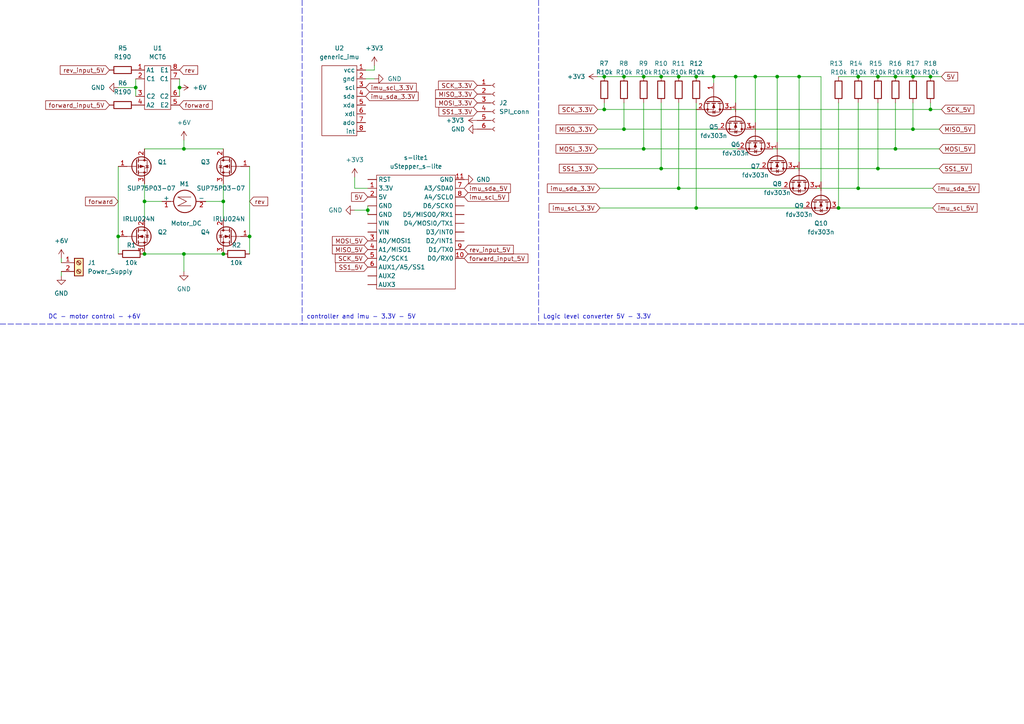
<source format=kicad_sch>
(kicad_sch (version 20211123) (generator eeschema)
  (paper "A4")
  (lib_symbols
    (symbol "Connector:Conn_01x06_Female" (pin_names (offset 1.016) hide)
      (property "Reference" "J" (at 0 7.62 0))
      (property "Value" "Conn_01x06_Female" (at 0 -10.16 0))
      (symbol "Conn_01x06_Female_1_1"
        (arc (start 0 -7.112) (mid -0.508 -7.62) (end 0 -8.128) (stroke (width 0.1524)))
        (arc (start 0 -4.572) (mid -0.508 -5.08) (end 0 -5.588) (stroke (width 0.1524)))
        (arc (start 0 -2.032) (mid -0.508 -2.54) (end 0 -3.048) (stroke (width 0.1524)))
        (polyline (pts (xy -1.27 -7.62) (xy -0.508 -7.62)) (stroke (width 0.1524)))
        (polyline (pts (xy -1.27 -5.08) (xy -0.508 -5.08)) (stroke (width 0.1524)))
        (polyline (pts (xy -1.27 -2.54) (xy -0.508 -2.54)) (stroke (width 0.1524)))
        (polyline (pts (xy -1.27 0) (xy -0.508 0)) (stroke (width 0.1524)))
        (polyline (pts (xy -1.27 2.54) (xy -0.508 2.54)) (stroke (width 0.1524)))
        (polyline (pts (xy -1.27 5.08) (xy -0.508 5.08)) (stroke (width 0.1524)))
        (arc (start 0 0.508) (mid -0.508 0) (end 0 -0.508) (stroke (width 0.1524)))
        (arc (start 0 3.048) (mid -0.508 2.54) (end 0 2.032) (stroke (width 0.1524)))
        (arc (start 0 5.588) (mid -0.508 5.08) (end 0 4.572) (stroke (width 0.1524)))
        (pin passive line (at -5.08 5.08 0) (length 3.81) (name "Pin_1") (number "1"))
        (pin passive line (at -5.08 2.54 0) (length 3.81) (name "Pin_2") (number "2"))
        (pin passive line (at -5.08 0 0) (length 3.81) (name "Pin_3") (number "3"))
        (pin passive line (at -5.08 -2.54 0) (length 3.81) (name "Pin_4") (number "4"))
        (pin passive line (at -5.08 -5.08 0) (length 3.81) (name "Pin_5") (number "5"))
        (pin passive line (at -5.08 -7.62 0) (length 3.81) (name "Pin_6") (number "6"))
      )
    )
    (symbol "Connector:Screw_Terminal_01x02" (pin_names (offset 1.016) hide)
      (property "Reference" "J" (at 0 2.54 0))
      (property "Value" "Screw_Terminal_01x02" (at 0 -5.08 0))
      (symbol "Screw_Terminal_01x02_1_1"
        (rectangle (start -1.27 1.27) (end 1.27 -3.81) (stroke (width 0.254)) (fill (type background)))
        (circle (center 0 -2.54) (radius 0.635) (stroke (width 0.1524)))
        (polyline (pts (xy -0.5334 -2.2098) (xy 0.3302 -3.048)) (stroke (width 0.1524)))
        (polyline (pts (xy -0.5334 0.3302) (xy 0.3302 -0.508)) (stroke (width 0.1524)))
        (polyline (pts (xy -0.3556 -2.032) (xy 0.508 -2.8702)) (stroke (width 0.1524)))
        (polyline (pts (xy -0.3556 0.508) (xy 0.508 -0.3302)) (stroke (width 0.1524)))
        (circle (center 0 0) (radius 0.635) (stroke (width 0.1524)))
        (pin passive line (at -5.08 0 0) (length 3.81) (name "Pin_1") (number "1"))
        (pin passive line (at -5.08 -2.54 0) (length 3.81) (name "Pin_2") (number "2"))
      )
    )
    (symbol "Device:Q_NMOS_GDS" (pin_names (offset 0) hide)
      (property "Reference" "Q" (at 5.08 1.27 0))
      (property "Value" "Q_NMOS_GDS" (at 5.08 -1.27 0))
      (symbol "Q_NMOS_GDS_0_1"
        (polyline (pts (xy 0.254 0) (xy -2.54 0)))
        (polyline (pts (xy 0.254 1.905) (xy 0.254 -1.905)) (stroke (width 0.254)))
        (polyline (pts (xy 0.762 -1.27) (xy 0.762 -2.286)) (stroke (width 0.254)))
        (polyline (pts (xy 0.762 0.508) (xy 0.762 -0.508)) (stroke (width 0.254)))
        (polyline (pts (xy 0.762 2.286) (xy 0.762 1.27)) (stroke (width 0.254)))
        (polyline (pts (xy 2.54 2.54) (xy 2.54 1.778)))
        (polyline (pts (xy 2.54 -2.54) (xy 2.54 0) (xy 0.762 0)))
        (polyline (pts (xy 0.762 -1.778) (xy 3.302 -1.778) (xy 3.302 1.778) (xy 0.762 1.778)))
        (polyline (pts (xy 1.016 0) (xy 2.032 0.381) (xy 2.032 -0.381) (xy 1.016 0)) (fill (type outline)))
        (polyline (pts (xy 2.794 0.508) (xy 2.921 0.381) (xy 3.683 0.381) (xy 3.81 0.254)))
        (polyline (pts (xy 3.302 0.381) (xy 2.921 -0.254) (xy 3.683 -0.254) (xy 3.302 0.381)))
        (circle (center 1.651 0) (radius 2.794) (stroke (width 0.254)))
        (circle (center 2.54 -1.778) (radius 0.254) (fill (type outline)))
        (circle (center 2.54 1.778) (radius 0.254) (fill (type outline)))
      )
      (symbol "Q_NMOS_GDS_1_1"
        (pin input line (at -5.08 0 0) (length 2.54) (name "G") (number "1"))
        (pin passive line (at 2.54 5.08 270) (length 2.54) (name "D") (number "2"))
        (pin passive line (at 2.54 -5.08 90) (length 2.54) (name "S") (number "3"))
      )
    )
    (symbol "Device:Q_NMOS_GSD" (pin_names (offset 0) hide)
      (property "Reference" "Q" (at 5.08 1.27 0))
      (property "Value" "Q_NMOS_GSD" (at 5.08 -1.27 0))
      (symbol "Q_NMOS_GSD_0_1"
        (polyline (pts (xy 0.254 0) (xy -2.54 0)))
        (polyline (pts (xy 0.254 1.905) (xy 0.254 -1.905)) (stroke (width 0.254)))
        (polyline (pts (xy 0.762 -1.27) (xy 0.762 -2.286)) (stroke (width 0.254)))
        (polyline (pts (xy 0.762 0.508) (xy 0.762 -0.508)) (stroke (width 0.254)))
        (polyline (pts (xy 0.762 2.286) (xy 0.762 1.27)) (stroke (width 0.254)))
        (polyline (pts (xy 2.54 2.54) (xy 2.54 1.778)))
        (polyline (pts (xy 2.54 -2.54) (xy 2.54 0) (xy 0.762 0)))
        (polyline (pts (xy 0.762 -1.778) (xy 3.302 -1.778) (xy 3.302 1.778) (xy 0.762 1.778)))
        (polyline (pts (xy 1.016 0) (xy 2.032 0.381) (xy 2.032 -0.381) (xy 1.016 0)) (fill (type outline)))
        (polyline (pts (xy 2.794 0.508) (xy 2.921 0.381) (xy 3.683 0.381) (xy 3.81 0.254)))
        (polyline (pts (xy 3.302 0.381) (xy 2.921 -0.254) (xy 3.683 -0.254) (xy 3.302 0.381)))
        (circle (center 1.651 0) (radius 2.794) (stroke (width 0.254)))
        (circle (center 2.54 -1.778) (radius 0.254) (fill (type outline)))
        (circle (center 2.54 1.778) (radius 0.254) (fill (type outline)))
      )
      (symbol "Q_NMOS_GSD_1_1"
        (pin input line (at -5.08 0 0) (length 2.54) (name "G") (number "1"))
        (pin passive line (at 2.54 -5.08 90) (length 2.54) (name "S") (number "2"))
        (pin passive line (at 2.54 5.08 270) (length 2.54) (name "D") (number "3"))
      )
    )
    (symbol "Device:Q_PMOS_GDS" (pin_names (offset 0) hide)
      (property "Reference" "Q" (at 5.08 1.27 0))
      (property "Value" "Q_PMOS_GDS" (at 5.08 -1.27 0))
      (symbol "Q_PMOS_GDS_0_1"
        (polyline (pts (xy 0.254 0) (xy -2.54 0)))
        (polyline (pts (xy 0.254 1.905) (xy 0.254 -1.905)) (stroke (width 0.254)))
        (polyline (pts (xy 0.762 -1.27) (xy 0.762 -2.286)) (stroke (width 0.254)))
        (polyline (pts (xy 0.762 0.508) (xy 0.762 -0.508)) (stroke (width 0.254)))
        (polyline (pts (xy 0.762 2.286) (xy 0.762 1.27)) (stroke (width 0.254)))
        (polyline (pts (xy 2.54 2.54) (xy 2.54 1.778)))
        (polyline (pts (xy 2.54 -2.54) (xy 2.54 0) (xy 0.762 0)))
        (polyline (pts (xy 0.762 1.778) (xy 3.302 1.778) (xy 3.302 -1.778) (xy 0.762 -1.778)))
        (polyline (pts (xy 2.286 0) (xy 1.27 0.381) (xy 1.27 -0.381) (xy 2.286 0)) (fill (type outline)))
        (polyline (pts (xy 2.794 -0.508) (xy 2.921 -0.381) (xy 3.683 -0.381) (xy 3.81 -0.254)))
        (polyline (pts (xy 3.302 -0.381) (xy 2.921 0.254) (xy 3.683 0.254) (xy 3.302 -0.381)))
        (circle (center 1.651 0) (radius 2.794) (stroke (width 0.254)))
        (circle (center 2.54 -1.778) (radius 0.254) (fill (type outline)))
        (circle (center 2.54 1.778) (radius 0.254) (fill (type outline)))
      )
      (symbol "Q_PMOS_GDS_1_1"
        (pin input line (at -5.08 0 0) (length 2.54) (name "G") (number "1"))
        (pin passive line (at 2.54 5.08 270) (length 2.54) (name "D") (number "2"))
        (pin passive line (at 2.54 -5.08 90) (length 2.54) (name "S") (number "3"))
      )
    )
    (symbol "Device:R" (pin_numbers hide) (pin_names (offset 0))
      (property "Reference" "R" (at 2.032 0 90))
      (property "Value" "R" (at 0 0 90))
      (symbol "R_0_1"
        (rectangle (start -1.016 -2.54) (end 1.016 2.54) (stroke (width 0.254)))
      )
      (symbol "R_1_1"
        (pin passive line (at 0 3.81 270) (length 1.27) (name "~") (number "1"))
        (pin passive line (at 0 -3.81 90) (length 1.27) (name "~") (number "2"))
      )
    )
    (symbol "Generic:generic_imu"
      (property "Reference" "U" (at 0 -15.24 0))
      (property "Value" "generic_imu" (at 0 7.62 0))
      (symbol "generic_imu_0_1"
        (polyline (pts (xy -5.08 6.35) (xy 5.08 6.35) (xy 5.08 -13.97) (xy -5.08 -13.97) (xy -5.08 6.35)))
      )
      (symbol "generic_imu_1_1"
        (pin passive line (at 7.62 5.08 180) (length 2.54) (name "vcc") (number "1"))
        (pin passive line (at 7.62 2.54 180) (length 2.54) (name "gnd") (number "2"))
        (pin passive line (at 7.62 0 180) (length 2.54) (name "scl") (number "3"))
        (pin passive line (at 7.62 -2.54 180) (length 2.54) (name "sda") (number "4"))
        (pin passive line (at 7.62 -5.08 180) (length 2.54) (name "xda") (number "5"))
        (pin passive line (at 7.62 -7.62 180) (length 2.54) (name "xdl") (number "6"))
        (pin passive line (at 7.62 -10.16 180) (length 2.54) (name "ado") (number "7"))
        (pin passive line (at 7.62 -12.7 180) (length 2.54) (name "int") (number "8"))
      )
    )
    (symbol "Generic:uStepper_s-lite"
      (property "Reference" "s-lite" (at 0 13.97 0))
      (property "Value" "uStepper_s-lite" (at 0 -22.86 0))
      (symbol "uStepper_s-lite_0_1"
        (polyline (pts (xy -11.43 12.7) (xy 11.43 12.7) (xy 11.43 -20.32) (xy -11.43 -20.32) (xy -11.43 12.7)))
      )
      (symbol "uStepper_s-lite_1_1"
        (pin passive line (at -13.97 -16.51 0) (length 2.54) (name "AUX2") (number ""))
        (pin passive line (at -13.97 -19.05 0) (length 2.54) (name "AUX3") (number ""))
        (pin passive line (at 13.97 -6.35 180) (length 2.54) (name "D2/INT1") (number ""))
        (pin passive line (at 13.97 -3.81 180) (length 2.54) (name "D3/INT0") (number ""))
        (pin passive line (at 13.97 -1.27 180) (length 2.54) (name "D4/MOSI0/TX1") (number ""))
        (pin passive line (at 13.97 1.27 180) (length 2.54) (name "D5/MISO0/RX1") (number ""))
        (pin passive line (at 13.97 3.81 180) (length 2.54) (name "D6/SCK0") (number ""))
        (pin passive line (at -13.97 1.27 0) (length 2.54) (name "GND") (number ""))
        (pin passive line (at -13.97 3.81 0) (length 2.54) (name "GND") (number ""))
        (pin passive line (at -13.97 11.43 0) (length 2.54) (name "RST") (number ""))
        (pin passive line (at -13.97 -3.81 0) (length 2.54) (name "VIN") (number ""))
        (pin passive line (at -13.97 -1.27 0) (length 2.54) (name "VIN") (number ""))
        (pin passive line (at -13.97 8.89 0) (length 2.54) (name "3.3V") (number "1"))
        (pin passive line (at 13.97 -11.43 180) (length 2.54) (name "D0/RX0") (number "10"))
        (pin passive line (at 13.97 11.43 180) (length 2.54) (name "GND") (number "11"))
        (pin passive line (at -13.97 6.35 0) (length 2.54) (name "5V") (number "2"))
        (pin passive line (at -13.97 -6.35 0) (length 2.54) (name "A0/MOSI1") (number "3"))
        (pin passive line (at -13.97 -8.89 0) (length 2.54) (name "A1/MISO1") (number "4"))
        (pin passive line (at -13.97 -11.43 0) (length 2.54) (name "A2/SCK1") (number "5"))
        (pin passive line (at -13.97 -13.97 0) (length 2.54) (name "AUX1/A5/SS1") (number "6"))
        (pin passive line (at 13.97 8.89 180) (length 2.54) (name "A3/SDA0") (number "7"))
        (pin passive line (at 13.97 6.35 180) (length 2.54) (name "A4/SCL0") (number "8"))
        (pin passive line (at 13.97 -8.89 180) (length 2.54) (name "D1/TX0") (number "9"))
      )
    )
    (symbol "Isolator:MCT6"
      (property "Reference" "U" (at 0 -8.89 0))
      (property "Value" "MCT6" (at 0 6.35 0))
      (symbol "MCT6_0_1"
        (polyline (pts (xy -3.81 5.08) (xy 3.81 5.08) (xy 3.81 -7.62) (xy -3.81 -7.62) (xy -3.81 5.08)))
      )
      (symbol "MCT6_1_1"
        (pin passive line (at -6.35 3.81 0) (length 2.54) (name "A1") (number "1"))
        (pin passive line (at -6.35 1.27 0) (length 2.54) (name "C1") (number "2"))
        (pin passive line (at -6.35 -3.81 0) (length 2.54) (name "C2") (number "3"))
        (pin passive line (at -6.35 -6.35 0) (length 2.54) (name "A2") (number "4"))
        (pin passive line (at 6.35 -6.35 180) (length 2.54) (name "E2") (number "5"))
        (pin passive line (at 6.35 -3.81 180) (length 2.54) (name "C2") (number "6"))
        (pin passive line (at 6.35 1.27 180) (length 2.54) (name "C1") (number "7"))
        (pin passive line (at 6.35 3.81 180) (length 2.54) (name "E1") (number "8"))
      )
    )
    (symbol "Motor:Motor_DC" (pin_names (offset 0))
      (property "Reference" "M" (at 2.54 2.54 0))
      (property "Value" "Motor_DC" (at 2.54 -5.08 0))
      (symbol "Motor_DC_0_0"
        (polyline (pts (xy -1.27 -3.302) (xy -1.27 0.508) (xy 0 -2.032) (xy 1.27 0.508) (xy 1.27 -3.302)))
      )
      (symbol "Motor_DC_0_1"
        (circle (center 0 -1.524) (radius 3.2512) (stroke (width 0.254)))
        (polyline (pts (xy 0 -7.62) (xy 0 -7.112)))
        (polyline (pts (xy 0 -4.7752) (xy 0 -5.1816)))
        (polyline (pts (xy 0 1.7272) (xy 0 2.0828)))
        (polyline (pts (xy 0 2.032) (xy 0 2.54)))
      )
      (symbol "Motor_DC_1_1"
        (pin passive line (at 0 5.08 270) (length 2.54) (name "+") (number "1"))
        (pin passive line (at 0 -7.62 90) (length 2.54) (name "-") (number "2"))
      )
    )
    (symbol "power:+3.3V" (power) (pin_names (offset 0))
      (property "Value" "+3.3V" (at 0 3.556 0))
      (symbol "+3.3V_0_1"
        (polyline (pts (xy -0.762 1.27) (xy 0 2.54)))
        (polyline (pts (xy 0 0) (xy 0 2.54)))
        (polyline (pts (xy 0 2.54) (xy 0.762 1.27)))
      )
      (symbol "+3.3V_1_1"
        (pin power_in line (at 0 0 90) (length 0) hide (name "+3V3") (number "1"))
      )
    )
    (symbol "power:+6V" (power) (pin_names (offset 0))
      (property "Value" "+6V" (at 0 3.556 0))
      (symbol "+6V_0_1"
        (polyline (pts (xy -0.762 1.27) (xy 0 2.54)))
        (polyline (pts (xy 0 0) (xy 0 2.54)))
        (polyline (pts (xy 0 2.54) (xy 0.762 1.27)))
      )
      (symbol "+6V_1_1"
        (pin power_in line (at 0 0 90) (length 0) hide (name "+6V") (number "1"))
      )
    )
    (symbol "power:GND" (power) (pin_names (offset 0))
      (property "Value" "GND" (at 0 -3.81 0))
      (symbol "GND_0_1"
        (polyline (pts (xy 0 0) (xy 0 -1.27) (xy 1.27 -1.27) (xy 0 -2.54) (xy -1.27 -1.27) (xy 0 -1.27)))
      )
      (symbol "GND_1_1"
        (pin power_in line (at 0 0 270) (length 0) hide (name "GND") (number "1"))
      )
    )
  )
  (junction (at 201.93 22.225))
  (junction (at 180.975 37.465))
  (junction (at 52.07 25.4))
  (junction (at 269.875 31.75))
  (junction (at 254.635 22.225))
  (junction (at 254.635 48.895))
  (junction (at 196.85 54.61))
  (junction (at 264.795 22.225))
  (junction (at 72.39 68.58))
  (junction (at 219.075 22.225))
  (junction (at 259.715 43.18))
  (junction (at 191.77 22.225))
  (junction (at 64.77 73.66))
  (junction (at 243.205 60.325))
  (junction (at 41.91 73.66))
  (junction (at 191.77 48.895))
  (junction (at 196.85 22.225))
  (junction (at 259.715 22.225))
  (junction (at 225.425 22.225))
  (junction (at 175.26 22.225))
  (junction (at 231.775 22.225))
  (junction (at 213.36 22.225))
  (junction (at 175.26 31.75))
  (junction (at 106.68 60.96))
  (junction (at 248.92 54.61))
  (junction (at 53.34 73.66))
  (junction (at 34.29 68.58))
  (junction (at 201.93 60.325))
  (junction (at 64.77 58.42))
  (junction (at 53.34 43.18))
  (junction (at 186.69 43.18))
  (junction (at 264.795 37.465))
  (junction (at 207.01 22.225))
  (junction (at 41.91 58.42))
  (junction (at 186.69 22.225))
  (junction (at 180.975 22.225))
  (junction (at 39.37 25.4))
  (junction (at 269.875 22.225))
  (junction (at 248.92 22.225))
  (wire (pts (xy 248.92 54.61) (xy 270.51 54.61)))
  (wire (pts (xy 173.355 43.18) (xy 186.69 43.18)))
  (wire (pts (xy 264.795 22.225) (xy 269.875 22.225)))
  (wire (pts (xy 254.635 48.895) (xy 272.415 48.895)))
  (wire (pts (xy 173.99 54.61) (xy 196.85 54.61)))
  (wire (pts (xy 207.01 22.225) (xy 207.01 24.13)))
  (polyline (pts (xy 156.21 93.98) (xy 297.18 93.98)))
  (polyline (pts (xy 156.21 0) (xy 156.21 93.98)))
  (wire (pts (xy 173.99 60.325) (xy 201.93 60.325)))
  (wire (pts (xy 17.78 74.93) (xy 17.78 76.2)))
  (wire (pts (xy 173.355 48.895) (xy 191.77 48.895)))
  (wire (pts (xy 248.92 29.845) (xy 248.92 54.61)))
  (wire (pts (xy 34.29 48.26) (xy 34.29 68.58)))
  (wire (pts (xy 64.77 58.42) (xy 64.77 63.5)))
  (wire (pts (xy 186.69 43.18) (xy 213.995 43.18)))
  (wire (pts (xy 52.07 25.4) (xy 52.07 27.94)))
  (wire (pts (xy 72.39 48.26) (xy 72.39 68.58)))
  (wire (pts (xy 52.07 22.86) (xy 52.07 25.4)))
  (wire (pts (xy 17.78 78.74) (xy 17.78 80.01)))
  (wire (pts (xy 238.125 52.705) (xy 238.125 22.225)))
  (wire (pts (xy 106.68 60.96) (xy 106.68 62.23)))
  (wire (pts (xy 213.36 22.225) (xy 213.36 29.845)))
  (wire (pts (xy 102.87 60.96) (xy 106.68 60.96)))
  (wire (pts (xy 231.775 22.225) (xy 238.125 22.225)))
  (polyline (pts (xy 87.63 0) (xy 87.63 93.98)))
  (wire (pts (xy 201.93 60.325) (xy 233.045 60.325)))
  (wire (pts (xy 212.09 31.75) (xy 269.875 31.75)))
  (wire (pts (xy 225.425 22.225) (xy 231.775 22.225)))
  (wire (pts (xy 264.795 37.465) (xy 272.415 37.465)))
  (wire (pts (xy 196.85 22.225) (xy 201.93 22.225)))
  (wire (pts (xy 106.045 22.86) (xy 108.585 22.86)))
  (wire (pts (xy 175.26 22.225) (xy 180.975 22.225)))
  (wire (pts (xy 191.77 29.845) (xy 191.77 48.895)))
  (polyline (pts (xy 87.63 93.98) (xy 156.21 93.98)))
  (wire (pts (xy 269.875 29.845) (xy 269.875 31.75)))
  (wire (pts (xy 108.585 19.05) (xy 108.585 20.32)))
  (wire (pts (xy 191.77 48.895) (xy 220.345 48.895)))
  (polyline (pts (xy 0 93.98) (xy 87.63 93.98)))
  (wire (pts (xy 41.91 53.34) (xy 41.91 58.42)))
  (wire (pts (xy 201.93 29.845) (xy 201.93 60.325)))
  (wire (pts (xy 218.44 37.465) (xy 264.795 37.465)))
  (wire (pts (xy 53.34 73.66) (xy 53.34 78.74)))
  (wire (pts (xy 207.01 22.225) (xy 213.36 22.225)))
  (wire (pts (xy 254.635 29.845) (xy 254.635 48.895)))
  (wire (pts (xy 175.26 29.845) (xy 175.26 31.75)))
  (wire (pts (xy 243.205 22.225) (xy 248.92 22.225)))
  (wire (pts (xy 186.69 29.845) (xy 186.69 43.18)))
  (wire (pts (xy 34.29 25.4) (xy 39.37 25.4)))
  (wire (pts (xy 173.355 22.225) (xy 175.26 22.225)))
  (wire (pts (xy 53.34 43.18) (xy 41.91 43.18)))
  (wire (pts (xy 180.975 22.225) (xy 186.69 22.225)))
  (wire (pts (xy 186.69 22.225) (xy 191.77 22.225)))
  (wire (pts (xy 259.715 29.845) (xy 259.715 43.18)))
  (wire (pts (xy 225.425 22.225) (xy 225.425 41.275)))
  (wire (pts (xy 231.775 46.99) (xy 231.775 22.225)))
  (wire (pts (xy 180.975 29.845) (xy 180.975 37.465)))
  (wire (pts (xy 230.505 48.895) (xy 254.635 48.895)))
  (wire (pts (xy 102.87 54.61) (xy 106.68 54.61)))
  (wire (pts (xy 191.77 22.225) (xy 196.85 22.225)))
  (wire (pts (xy 248.92 22.225) (xy 254.635 22.225)))
  (wire (pts (xy 106.68 59.69) (xy 106.68 60.96)))
  (wire (pts (xy 243.205 60.325) (xy 270.51 60.325)))
  (wire (pts (xy 219.075 22.225) (xy 225.425 22.225)))
  (wire (pts (xy 254.635 22.225) (xy 259.715 22.225)))
  (wire (pts (xy 236.855 54.61) (xy 248.92 54.61)))
  (wire (pts (xy 39.37 25.4) (xy 39.37 27.94)))
  (wire (pts (xy 264.795 29.845) (xy 264.795 37.465)))
  (wire (pts (xy 41.91 58.42) (xy 46.99 58.42)))
  (wire (pts (xy 201.93 22.225) (xy 207.01 22.225)))
  (wire (pts (xy 41.91 58.42) (xy 41.91 63.5)))
  (wire (pts (xy 34.29 68.58) (xy 34.29 73.66)))
  (wire (pts (xy 180.975 37.465) (xy 208.28 37.465)))
  (wire (pts (xy 173.355 37.465) (xy 180.975 37.465)))
  (wire (pts (xy 175.26 31.75) (xy 201.93 31.75)))
  (wire (pts (xy 196.85 54.61) (xy 226.695 54.61)))
  (wire (pts (xy 269.875 31.75) (xy 273.05 31.75)))
  (wire (pts (xy 72.39 68.58) (xy 72.39 73.66)))
  (wire (pts (xy 269.875 22.225) (xy 273.05 22.225)))
  (wire (pts (xy 108.585 20.32) (xy 106.045 20.32)))
  (wire (pts (xy 213.36 22.225) (xy 219.075 22.225)))
  (wire (pts (xy 59.69 58.42) (xy 64.77 58.42)))
  (wire (pts (xy 53.34 73.66) (xy 64.77 73.66)))
  (wire (pts (xy 53.34 40.64) (xy 53.34 43.18)))
  (wire (pts (xy 224.155 43.18) (xy 259.715 43.18)))
  (wire (pts (xy 39.37 22.86) (xy 39.37 25.4)))
  (wire (pts (xy 259.715 43.18) (xy 272.415 43.18)))
  (wire (pts (xy 41.91 73.66) (xy 53.34 73.66)))
  (wire (pts (xy 102.87 51.435) (xy 102.87 54.61)))
  (wire (pts (xy 64.77 53.34) (xy 64.77 58.42)))
  (wire (pts (xy 53.34 43.18) (xy 64.77 43.18)))
  (wire (pts (xy 173.355 31.75) (xy 175.26 31.75)))
  (wire (pts (xy 243.205 29.845) (xy 243.205 60.325)))
  (wire (pts (xy 219.075 22.225) (xy 219.075 35.56)))
  (wire (pts (xy 259.715 22.225) (xy 264.795 22.225)))
  (wire (pts (xy 196.85 29.845) (xy 196.85 54.61)))
  (text "DC - motor control - +6V" (at 13.97 92.71 0) (effects (font (size 1.27 1.27)) (justify left bottom)))
  (text "Logic level converter 5V - 3.3V" (at 157.48 92.71 0) (effects (font (size 1.27 1.27)) (justify left bottom)))
  (text "controller and imu - 3.3V - 5V" (at 88.9 92.71 0) (effects (font (size 1.27 1.27)) (justify left bottom)))
  (global_label "rev" (shape input) (at 52.07 20.32 0) (property "Intersheet References" "${INTERSHEET_REFS}" (effects hide)))
  (global_label "forward" (shape input) (at 52.07 30.48 0) (property "Intersheet References" "${INTERSHEET_REFS}" (effects hide)))
  (global_label "MISO_3.3V" (shape input) (at 138.43 27.305 180) (property "Intersheet References" "${INTERSHEET_REFS}" (effects hide)))
  (global_label "forward_input_5V" (shape input) (at 134.62 74.93 0) (property "Intersheet References" "${INTERSHEET_REFS}" (effects hide)))
  (global_label "5V" (shape input) (at 106.68 57.15 180) (property "Intersheet References" "${INTERSHEET_REFS}" (effects hide)))
  (global_label "imu_sda_5V" (shape input) (at 270.51 54.61 0) (property "Intersheet References" "${INTERSHEET_REFS}" (effects hide)))
  (global_label "SCK_3.3V" (shape input) (at 173.355 31.75 180) (property "Intersheet References" "${INTERSHEET_REFS}" (effects hide)))
  (global_label "SCK_5V" (shape input) (at 273.05 31.75 0) (property "Intersheet References" "${INTERSHEET_REFS}" (effects hide)))
  (global_label "forward" (shape input) (at 34.29 58.42 180) (property "Intersheet References" "${INTERSHEET_REFS}" (effects hide)))
  (global_label "forward_input_5V" (shape input) (at 31.75 30.48 180) (property "Intersheet References" "${INTERSHEET_REFS}" (effects hide)))
  (global_label "imu_scl_5V" (shape input) (at 134.62 57.15 0) (property "Intersheet References" "${INTERSHEET_REFS}" (effects hide)))
  (global_label "MOSI_3.3V" (shape input) (at 173.355 43.18 180) (property "Intersheet References" "${INTERSHEET_REFS}" (effects hide)))
  (global_label "SS1_3.3V" (shape input) (at 173.355 48.895 180) (property "Intersheet References" "${INTERSHEET_REFS}" (effects hide)))
  (global_label "5V" (shape input) (at 273.05 22.225 0) (property "Intersheet References" "${INTERSHEET_REFS}" (effects hide)))
  (global_label "SS1_3.3V" (shape input) (at 138.43 32.385 180) (property "Intersheet References" "${INTERSHEET_REFS}" (effects hide)))
  (global_label "MISO_5V" (shape input) (at 272.415 37.465 0) (property "Intersheet References" "${INTERSHEET_REFS}" (effects hide)))
  (global_label "MOSI_5V" (shape input) (at 106.68 69.85 180) (property "Intersheet References" "${INTERSHEET_REFS}" (effects hide)))
  (global_label "SS1_5V" (shape input) (at 272.415 48.895 0) (property "Intersheet References" "${INTERSHEET_REFS}" (effects hide)))
  (global_label "rev" (shape input) (at 72.39 58.42 0) (property "Intersheet References" "${INTERSHEET_REFS}" (effects hide)))
  (global_label "imu_sda_3.3V" (shape input) (at 173.99 54.61 180) (property "Intersheet References" "${INTERSHEET_REFS}" (effects hide)))
  (global_label "rev_input_5V" (shape input) (at 134.62 72.39 0) (property "Intersheet References" "${INTERSHEET_REFS}" (effects hide)))
  (global_label "MOSI_5V" (shape input) (at 272.415 43.18 0) (property "Intersheet References" "${INTERSHEET_REFS}" (effects hide)))
  (global_label "rev_input_5V" (shape input) (at 31.75 20.32 180) (property "Intersheet References" "${INTERSHEET_REFS}" (effects hide)))
  (global_label "imu_scl_3.3V" (shape input) (at 173.99 60.325 180) (property "Intersheet References" "${INTERSHEET_REFS}" (effects hide)))
  (global_label "SS1_5V" (shape input) (at 106.68 77.47 180) (property "Intersheet References" "${INTERSHEET_REFS}" (effects hide)))
  (global_label "MISO_5V" (shape input) (at 106.68 72.39 180) (property "Intersheet References" "${INTERSHEET_REFS}" (effects hide)))
  (global_label "SCK_3.3V" (shape input) (at 138.43 24.765 180) (property "Intersheet References" "${INTERSHEET_REFS}" (effects hide)))
  (global_label "imu_sda_3.3V" (shape input) (at 106.045 27.94 0) (property "Intersheet References" "${INTERSHEET_REFS}" (effects hide)))
  (global_label "imu_scl_3.3V" (shape input) (at 106.045 25.4 0) (property "Intersheet References" "${INTERSHEET_REFS}" (effects hide)))
  (global_label "MOSI_3.3V" (shape input) (at 138.43 29.845 180) (property "Intersheet References" "${INTERSHEET_REFS}" (effects hide)))
  (global_label "SCK_5V" (shape input) (at 106.68 74.93 180) (property "Intersheet References" "${INTERSHEET_REFS}" (effects hide)))
  (global_label "MISO_3.3V" (shape input) (at 173.355 37.465 180) (property "Intersheet References" "${INTERSHEET_REFS}" (effects hide)))
  (global_label "imu_sda_5V" (shape input) (at 134.62 54.61 0) (property "Intersheet References" "${INTERSHEET_REFS}" (effects hide)))
  (global_label "imu_scl_5V" (shape input) (at 270.51 60.325 0) (property "Intersheet References" "${INTERSHEET_REFS}" (effects hide)))
  (symbol (lib_id "power:GND") (at 138.43 37.465 270) (unit 1)
    (property "Reference" "#PWR0103" (effects hide))
    (property "Value" "GND" (at 130.81 37.465 90) (effects (justify left)))
  )
  (symbol (lib_id "power:+6V") (at 52.07 25.4 270) (unit 1)
    (property "Reference" "#PWR0111" (effects hide))
    (property "Value" "+6V" (at 55.88 25.3999 90) (effects (justify left)))
  )
  (symbol (lib_id "power:GND") (at 53.34 78.74 0) (unit 1)
    (property "Reference" "#PWR0101" (effects hide))
    (property "Value" "GND" (at 53.34 83.82 0))
  )
  (symbol (lib_id "Device:R") (at 196.85 26.035 0) (mirror x) (unit 1)
    (property "Reference" "R11" (at 198.755 18.415 0) (effects (justify right)))
    (property "Value" "R10k" (at 199.39 20.955 0) (effects (justify right)))
    (property "Footprint" "Resistor_THT:R_Axial_DIN0207_L6.3mm_D2.5mm_P10.16mm_Horizontal" (effects hide))
  )
  (symbol (lib_id "Generic:uStepper_s-lite") (at 120.65 63.5 0) (unit 1)
    (property "Reference" "s-lite1" (at 120.65 45.72 0))
    (property "Value" "uStepper_s-lite" (at 120.65 48.26 0))
    (property "Footprint" "Connector_PinHeader_2.54mm:PinHeader_1x11_P2.54mm_Horizontal" (effects hide))
  )
  (symbol (lib_id "Device:R") (at 259.715 26.035 0) (mirror x) (unit 1)
    (property "Reference" "R16" (at 261.62 18.415 0) (effects (justify right)))
    (property "Value" "R10k" (at 262.255 20.955 0) (effects (justify right)))
    (property "Footprint" "Resistor_THT:R_Axial_DIN0207_L6.3mm_D2.5mm_P10.16mm_Horizontal" (effects hide))
  )
  (symbol (lib_id "Device:R") (at 191.77 26.035 0) (mirror x) (unit 1)
    (property "Reference" "R10" (at 193.675 18.415 0) (effects (justify right)))
    (property "Value" "R10k" (at 194.31 20.955 0) (effects (justify right)))
    (property "Footprint" "Resistor_THT:R_Axial_DIN0207_L6.3mm_D2.5mm_P10.16mm_Horizontal" (effects hide))
  )
  (symbol (lib_id "Isolator:MCT6") (at 45.72 24.13 0) (unit 1)
    (property "Reference" "U1" (at 45.72 13.97 0))
    (property "Value" "MCT6" (at 45.72 16.51 0))
    (property "Footprint" "Package_DIP:DIP-8_W10.16mm_LongPads" (effects hide))
  )
  (symbol (lib_id "Device:Q_NMOS_GSD") (at 238.125 57.785 270) (unit 1)
    (property "Reference" "Q10" (at 238.125 64.77 90))
    (property "Value" "fdv303n" (at 238.125 67.31 90))
    (property "Footprint" "Package_TO_SOT_SMD:SOT-23_Handsoldering" (effects hide))
  )
  (symbol (lib_id "Device:Q_PMOS_GDS") (at 67.31 48.26 0) (mirror y) (unit 1)
    (property "Reference" "Q3" (at 60.96 46.9899 0) (effects (justify left)))
    (property "Value" "SUP75P03-07" (at 71.12 54.61 0) (effects (justify left)))
    (property "Footprint" "Package_TO_SOT_THT:TO-220-3_Vertical" (effects hide))
  )
  (symbol (lib_id "Device:Q_NMOS_GSD") (at 231.775 52.07 270) (unit 1)
    (property "Reference" "Q9" (at 231.775 59.69 90))
    (property "Value" "fdv303n" (at 231.775 62.23 90))
    (property "Footprint" "Package_TO_SOT_SMD:SOT-23_Handsoldering" (effects hide))
  )
  (symbol (lib_id "power:+3.3V") (at 102.87 51.435 0) (unit 1)
    (property "Reference" "#PWR0108" (effects hide))
    (property "Value" "+3.3V" (at 102.87 46.355 0))
  )
  (symbol (lib_id "power:+6V") (at 17.78 74.93 0) (unit 1)
    (property "Reference" "#PWR0117" (effects hide))
    (property "Value" "+6V" (at 17.78 69.85 0))
  )
  (symbol (lib_id "power:+6V") (at 53.34 40.64 0) (unit 1)
    (property "Reference" "#PWR0113" (effects hide))
    (property "Value" "+6V" (at 53.34 35.56 0))
  )
  (symbol (lib_id "power:GND") (at 102.87 60.96 270) (unit 1)
    (property "Reference" "#PWR0107" (effects hide))
    (property "Value" "GND" (at 95.25 60.96 90) (effects (justify left)))
  )
  (symbol (lib_id "Device:Q_NMOS_GSD") (at 219.075 40.64 270) (unit 1)
    (property "Reference" "Q7" (at 219.075 48.26 90))
    (property "Value" "fdv303n" (at 219.075 50.8 90))
    (property "Footprint" "Package_TO_SOT_SMD:SOT-23_Handsoldering" (effects hide))
  )
  (symbol (lib_id "power:GND") (at 108.585 22.86 90) (unit 1)
    (property "Reference" "#PWR0105" (effects hide))
    (property "Value" "GND" (at 112.395 22.8599 90) (effects (justify right)))
  )
  (symbol (lib_id "Connector:Conn_01x06_Female") (at 143.51 29.845 0) (unit 1)
    (property "Reference" "J2" (at 144.78 29.8449 0) (effects (justify left)))
    (property "Value" "SPI_conn" (at 144.78 32.3849 0) (effects (justify left)))
    (property "Footprint" "Connector_PinHeader_2.54mm:PinHeader_1x06_P2.54mm_Horizontal" (effects hide))
  )
  (symbol (lib_id "Device:R") (at 38.1 73.66 90) (mirror x) (unit 1)
    (property "Reference" "R1" (at 38.1 71.12 90))
    (property "Value" "10k" (at 38.1 76.2 90))
    (property "Footprint" "Resistor_THT:R_Axial_DIN0207_L6.3mm_D2.5mm_P10.16mm_Horizontal" (effects hide))
  )
  (symbol (lib_id "power:GND") (at 17.78 80.01 0) (unit 1)
    (property "Reference" "#PWR0115" (effects hide))
    (property "Value" "GND" (at 17.78 85.09 0))
  )
  (symbol (lib_id "Device:R") (at 35.56 20.32 90) (unit 1)
    (property "Reference" "R5" (at 35.56 13.97 90))
    (property "Value" "R190" (at 35.56 16.51 90))
    (property "Footprint" "Resistor_THT:R_Axial_DIN0207_L6.3mm_D2.5mm_P10.16mm_Horizontal" (effects hide))
  )
  (symbol (lib_id "Device:R") (at 186.69 26.035 0) (mirror x) (unit 1)
    (property "Reference" "R9" (at 187.96 18.415 0) (effects (justify right)))
    (property "Value" "R10k" (at 189.23 20.955 0) (effects (justify right)))
    (property "Footprint" "Resistor_THT:R_Axial_DIN0207_L6.3mm_D2.5mm_P10.16mm_Horizontal" (effects hide))
  )
  (symbol (lib_id "power:GND") (at 34.29 25.4 270) (unit 1)
    (property "Reference" "#PWR0104" (effects hide))
    (property "Value" "GND" (at 30.48 25.3999 90) (effects (justify right)))
  )
  (symbol (lib_id "power:+3.3V") (at 108.585 19.05 0) (unit 1)
    (property "Reference" "#PWR0106" (effects hide))
    (property "Value" "+3.3V" (at 108.585 13.97 0))
  )
  (symbol (lib_id "Device:Q_NMOS_GDS") (at 67.31 68.58 0) (mirror y) (unit 1)
    (property "Reference" "Q4" (at 60.96 67.3099 0) (effects (justify left)))
    (property "Value" "IRLU024N" (at 71.12 63.5 0) (effects (justify left)))
    (property "Footprint" "Package_TO_SOT_THT:TO-251-3_Vertical" (effects hide))
  )
  (symbol (lib_id "Device:Q_PMOS_GDS") (at 39.37 48.26 0) (unit 1)
    (property "Reference" "Q1" (at 45.72 46.9899 0) (effects (justify left)))
    (property "Value" "SUP75P03-07" (at 36.83 54.61 0) (effects (justify left)))
    (property "Footprint" "Package_TO_SOT_THT:TO-220-3_Vertical" (effects hide))
  )
  (symbol (lib_id "Device:R") (at 269.875 26.035 0) (mirror x) (unit 1)
    (property "Reference" "R18" (at 271.78 18.415 0) (effects (justify right)))
    (property "Value" "R10k" (at 272.415 20.955 0) (effects (justify right)))
    (property "Footprint" "Resistor_THT:R_Axial_DIN0207_L6.3mm_D2.5mm_P10.16mm_Horizontal" (effects hide))
  )
  (symbol (lib_id "Device:R") (at 180.975 26.035 0) (mirror x) (unit 1)
    (property "Reference" "R8" (at 182.245 18.415 0) (effects (justify right)))
    (property "Value" "R10k" (at 183.515 20.955 0) (effects (justify right)))
    (property "Footprint" "Resistor_THT:R_Axial_DIN0207_L6.3mm_D2.5mm_P10.16mm_Horizontal" (effects hide))
  )
  (symbol (lib_id "Device:Q_NMOS_GSD") (at 207.01 29.21 270) (unit 1)
    (property "Reference" "Q5" (at 207.01 36.83 90))
    (property "Value" "fdv303n" (at 207.01 39.37 90))
    (property "Footprint" "Package_TO_SOT_SMD:SOT-23_Handsoldering" (effects hide))
  )
  (symbol (lib_id "Device:R") (at 68.58 73.66 90) (unit 1)
    (property "Reference" "R2" (at 68.58 71.12 90))
    (property "Value" "10k" (at 68.58 76.2 90))
    (property "Footprint" "Resistor_THT:R_Axial_DIN0207_L6.3mm_D2.5mm_P10.16mm_Horizontal" (effects hide))
  )
  (symbol (lib_id "power:+3.3V") (at 173.355 22.225 90) (unit 1)
    (property "Reference" "#PWR0110" (effects hide))
    (property "Value" "+3.3V" (at 164.465 22.225 90) (effects (justify right)))
  )
  (symbol (lib_id "Device:R") (at 175.26 26.035 0) (mirror x) (unit 1)
    (property "Reference" "R7" (at 176.53 18.415 0) (effects (justify right)))
    (property "Value" "R10k" (at 177.8 20.955 0) (effects (justify right)))
    (property "Footprint" "Resistor_THT:R_Axial_DIN0207_L6.3mm_D2.5mm_P10.16mm_Horizontal" (effects hide))
  )
  (symbol (lib_id "Device:R") (at 248.92 26.035 0) (mirror x) (unit 1)
    (property "Reference" "R14" (at 250.19 18.415 0) (effects (justify right)))
    (property "Value" "R10k" (at 251.46 20.955 0) (effects (justify right)))
    (property "Footprint" "Resistor_THT:R_Axial_DIN0207_L6.3mm_D2.5mm_P10.16mm_Horizontal" (effects hide))
  )
  (symbol (lib_id "Device:R") (at 254.635 26.035 0) (mirror x) (unit 1)
    (property "Reference" "R15" (at 255.905 18.415 0) (effects (justify right)))
    (property "Value" "R10k" (at 257.175 20.955 0) (effects (justify right)))
    (property "Footprint" "Resistor_THT:R_Axial_DIN0207_L6.3mm_D2.5mm_P10.16mm_Horizontal" (effects hide))
  )
  (symbol (lib_id "Device:Q_NMOS_GDS") (at 39.37 68.58 0) (unit 1)
    (property "Reference" "Q2" (at 45.72 67.3099 0) (effects (justify left)))
    (property "Value" "IRLU024N" (at 35.56 63.5 0) (effects (justify left)))
    (property "Footprint" "Package_TO_SOT_THT:TO-251-3_Vertical" (effects hide))
  )
  (symbol (lib_id "Generic:generic_imu") (at 98.425 25.4 0) (unit 1)
    (property "Reference" "U2" (at 98.425 13.97 0))
    (property "Value" "generic_imu" (at 98.425 16.51 0))
    (property "Footprint" "Connector_PinHeader_2.54mm:PinHeader_1x08_P2.54mm_Horizontal" (effects hide))
  )
  (symbol (lib_id "Motor:Motor_DC") (at 52.07 58.42 90) (mirror x) (unit 1)
    (property "Reference" "M1" (at 52.07 53.34 90) (effects (justify right)))
    (property "Value" "Motor_DC" (at 49.53 64.77 90) (effects (justify right)))
    (property "Footprint" "TerminalBlock:TerminalBlock_Altech_AK300-2_P5.00mm" (effects hide))
  )
  (symbol (lib_id "Device:R") (at 264.795 26.035 0) (mirror x) (unit 1)
    (property "Reference" "R17" (at 266.7 18.415 0) (effects (justify right)))
    (property "Value" "R10k" (at 267.335 20.955 0) (effects (justify right)))
    (property "Footprint" "Resistor_THT:R_Axial_DIN0207_L6.3mm_D2.5mm_P10.16mm_Horizontal" (effects hide))
  )
  (symbol (lib_id "Device:R") (at 201.93 26.035 0) (mirror x) (unit 1)
    (property "Reference" "R12" (at 203.835 18.415 0) (effects (justify right)))
    (property "Value" "R10k" (at 204.47 20.955 0) (effects (justify right)))
    (property "Footprint" "Resistor_THT:R_Axial_DIN0207_L6.3mm_D2.5mm_P10.16mm_Horizontal" (effects hide))
  )
  (symbol (lib_id "Device:R") (at 35.56 30.48 90) (unit 1)
    (property "Reference" "R6" (at 35.56 24.13 90))
    (property "Value" "R190" (at 35.56 26.67 90))
    (property "Footprint" "Resistor_THT:R_Axial_DIN0207_L6.3mm_D2.5mm_P10.16mm_Horizontal" (effects hide))
  )
  (symbol (lib_id "power:GND") (at 134.62 52.07 90) (unit 1)
    (property "Reference" "#PWR0109" (effects hide))
    (property "Value" "GND" (at 142.24 52.07 90) (effects (justify left)))
  )
  (symbol (lib_id "Device:R") (at 243.205 26.035 0) (mirror x) (unit 1)
    (property "Reference" "R13" (at 244.475 18.415 0) (effects (justify right)))
    (property "Value" "R10k" (at 245.745 20.955 0) (effects (justify right)))
    (property "Footprint" "Resistor_THT:R_Axial_DIN0207_L6.3mm_D2.5mm_P10.16mm_Horizontal" (effects hide))
  )
  (symbol (lib_id "Device:Q_NMOS_GSD") (at 213.36 34.925 270) (unit 1)
    (property "Reference" "Q6" (at 213.36 41.91 90))
    (property "Value" "fdv303n" (at 213.36 44.45 90))
    (property "Footprint" "Package_TO_SOT_SMD:SOT-23_Handsoldering" (effects hide))
  )
  (symbol (lib_id "power:+3.3V") (at 138.43 34.925 90) (unit 1)
    (property "Reference" "#PWR0102" (effects hide))
    (property "Value" "+3.3V" (at 134.62 34.9249 90) (effects (justify left)))
  )
  (symbol (lib_id "Device:Q_NMOS_GSD") (at 225.425 46.355 270) (unit 1)
    (property "Reference" "Q8" (at 225.425 53.34 90))
    (property "Value" "fdv303n" (at 225.425 55.88 90))
    (property "Footprint" "Package_TO_SOT_SMD:SOT-23_Handsoldering" (effects hide))
  )
  (symbol (lib_id "Connector:Screw_Terminal_01x02") (at 22.86 76.2 0) (unit 1)
    (property "Reference" "J1" (at 25.4 76.1999 0) (effects (justify left)))
    (property "Value" "Power_Supply" (at 25.4 78.7399 0) (effects (justify left)))
    (property "Footprint" "TerminalBlock:TerminalBlock_Altech_AK300-2_P5.00mm" (effects hide))
  )
)
</source>
